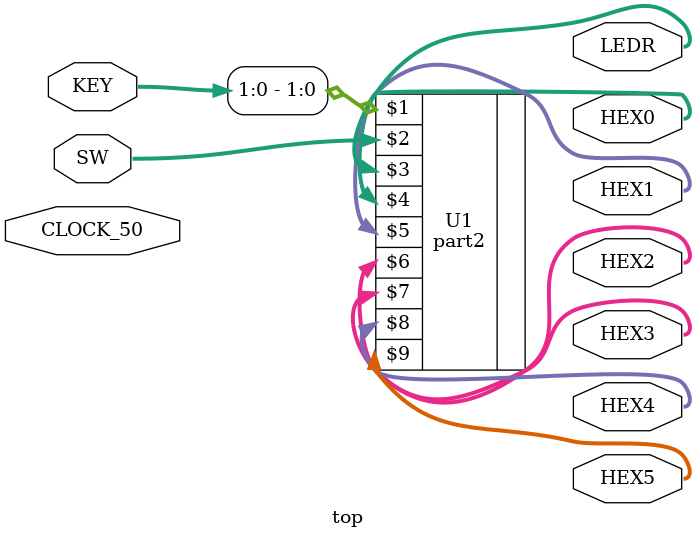
<source format=v>
module top (CLOCK_50, SW, KEY, HEX0, HEX1, HEX2, HEX3, HEX4, HEX5, LEDR);

    input CLOCK_50;             // DE-series 50 MHz clock signal
    input wire [9:0] SW;        // DE-series switches
    input wire [3:0] KEY;       // DE-series pushbuttons

    output wire [6:0] HEX0;     // DE-series HEX displays
    output wire [6:0] HEX1;
    output wire [6:0] HEX2;
    output wire [6:0] HEX3;
    output wire [6:0] HEX4;
    output wire [6:0] HEX5;

    output wire [9:0] LEDR;     // DE-series LEDs   

    part2 U1 (KEY[1:0], SW, LEDR, HEX0, HEX1, HEX2, HEX3, HEX4, HEX5);

endmodule


</source>
